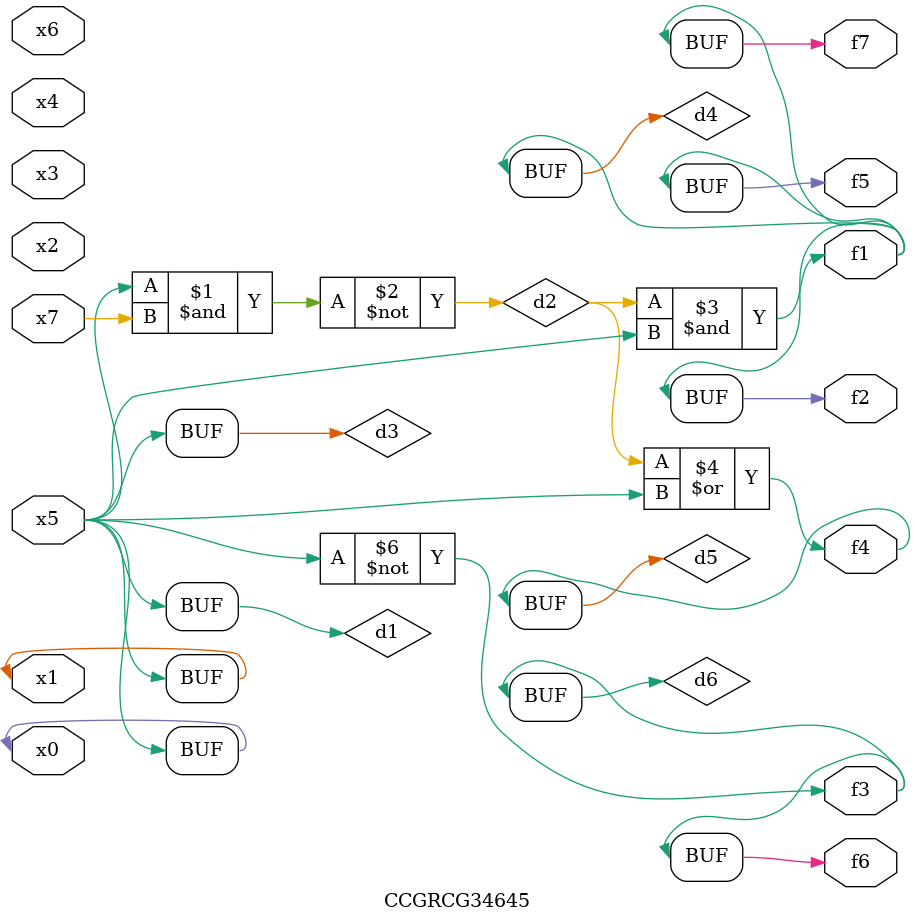
<source format=v>
module CCGRCG34645(
	input x0, x1, x2, x3, x4, x5, x6, x7,
	output f1, f2, f3, f4, f5, f6, f7
);

	wire d1, d2, d3, d4, d5, d6;

	buf (d1, x0, x5);
	nand (d2, x5, x7);
	buf (d3, x0, x1);
	and (d4, d2, d3);
	or (d5, d2, d3);
	nor (d6, d1, d3);
	assign f1 = d4;
	assign f2 = d4;
	assign f3 = d6;
	assign f4 = d5;
	assign f5 = d4;
	assign f6 = d6;
	assign f7 = d4;
endmodule

</source>
